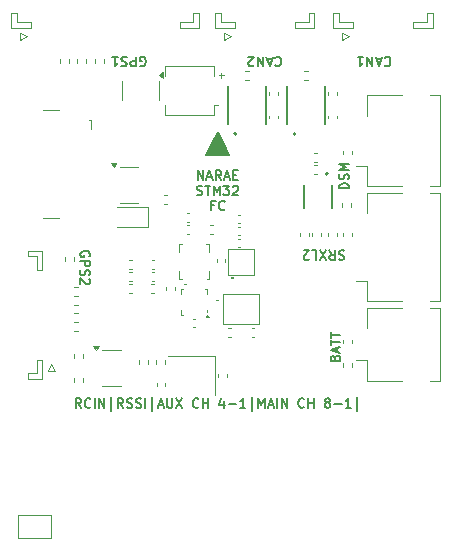
<source format=gbr>
%TF.GenerationSoftware,KiCad,Pcbnew,8.0.8-8.0.8-0~ubuntu24.04.1*%
%TF.CreationDate,2025-02-05T20:44:41+09:00*%
%TF.ProjectId,STM32-FC,53544d33-322d-4464-932e-6b696361645f,rev?*%
%TF.SameCoordinates,Original*%
%TF.FileFunction,Legend,Top*%
%TF.FilePolarity,Positive*%
%FSLAX46Y46*%
G04 Gerber Fmt 4.6, Leading zero omitted, Abs format (unit mm)*
G04 Created by KiCad (PCBNEW 8.0.8-8.0.8-0~ubuntu24.04.1) date 2025-02-05 20:44:41*
%MOMM*%
%LPD*%
G01*
G04 APERTURE LIST*
%ADD10C,0.200000*%
%ADD11C,0.160000*%
%ADD12C,0.120000*%
%ADD13C,0.100000*%
%ADD14C,0.152400*%
%ADD15C,0.254000*%
G04 APERTURE END LIST*
D10*
X140000000Y-85000000D02*
X138000000Y-85000000D01*
X139000000Y-83000000D01*
X140000000Y-85000000D01*
G36*
X140000000Y-85000000D02*
G01*
X138000000Y-85000000D01*
X139000000Y-83000000D01*
X140000000Y-85000000D01*
G37*
D11*
X137323810Y-87073820D02*
X137323810Y-86273820D01*
X137323810Y-86273820D02*
X137780953Y-87073820D01*
X137780953Y-87073820D02*
X137780953Y-86273820D01*
X138123809Y-86845248D02*
X138504762Y-86845248D01*
X138047619Y-87073820D02*
X138314286Y-86273820D01*
X138314286Y-86273820D02*
X138580952Y-87073820D01*
X139304762Y-87073820D02*
X139038095Y-86692867D01*
X138847619Y-87073820D02*
X138847619Y-86273820D01*
X138847619Y-86273820D02*
X139152381Y-86273820D01*
X139152381Y-86273820D02*
X139228571Y-86311915D01*
X139228571Y-86311915D02*
X139266666Y-86350010D01*
X139266666Y-86350010D02*
X139304762Y-86426201D01*
X139304762Y-86426201D02*
X139304762Y-86540486D01*
X139304762Y-86540486D02*
X139266666Y-86616677D01*
X139266666Y-86616677D02*
X139228571Y-86654772D01*
X139228571Y-86654772D02*
X139152381Y-86692867D01*
X139152381Y-86692867D02*
X138847619Y-86692867D01*
X139609523Y-86845248D02*
X139990476Y-86845248D01*
X139533333Y-87073820D02*
X139800000Y-86273820D01*
X139800000Y-86273820D02*
X140066666Y-87073820D01*
X140333333Y-86654772D02*
X140599999Y-86654772D01*
X140714285Y-87073820D02*
X140333333Y-87073820D01*
X140333333Y-87073820D02*
X140333333Y-86273820D01*
X140333333Y-86273820D02*
X140714285Y-86273820D01*
X137247618Y-88323680D02*
X137361904Y-88361775D01*
X137361904Y-88361775D02*
X137552380Y-88361775D01*
X137552380Y-88361775D02*
X137628571Y-88323680D01*
X137628571Y-88323680D02*
X137666666Y-88285584D01*
X137666666Y-88285584D02*
X137704761Y-88209394D01*
X137704761Y-88209394D02*
X137704761Y-88133203D01*
X137704761Y-88133203D02*
X137666666Y-88057013D01*
X137666666Y-88057013D02*
X137628571Y-88018918D01*
X137628571Y-88018918D02*
X137552380Y-87980822D01*
X137552380Y-87980822D02*
X137399999Y-87942727D01*
X137399999Y-87942727D02*
X137323809Y-87904632D01*
X137323809Y-87904632D02*
X137285714Y-87866537D01*
X137285714Y-87866537D02*
X137247618Y-87790346D01*
X137247618Y-87790346D02*
X137247618Y-87714156D01*
X137247618Y-87714156D02*
X137285714Y-87637965D01*
X137285714Y-87637965D02*
X137323809Y-87599870D01*
X137323809Y-87599870D02*
X137399999Y-87561775D01*
X137399999Y-87561775D02*
X137590476Y-87561775D01*
X137590476Y-87561775D02*
X137704761Y-87599870D01*
X137933333Y-87561775D02*
X138390476Y-87561775D01*
X138161904Y-88361775D02*
X138161904Y-87561775D01*
X138657143Y-88361775D02*
X138657143Y-87561775D01*
X138657143Y-87561775D02*
X138923809Y-88133203D01*
X138923809Y-88133203D02*
X139190476Y-87561775D01*
X139190476Y-87561775D02*
X139190476Y-88361775D01*
X139495238Y-87561775D02*
X139990476Y-87561775D01*
X139990476Y-87561775D02*
X139723810Y-87866537D01*
X139723810Y-87866537D02*
X139838095Y-87866537D01*
X139838095Y-87866537D02*
X139914286Y-87904632D01*
X139914286Y-87904632D02*
X139952381Y-87942727D01*
X139952381Y-87942727D02*
X139990476Y-88018918D01*
X139990476Y-88018918D02*
X139990476Y-88209394D01*
X139990476Y-88209394D02*
X139952381Y-88285584D01*
X139952381Y-88285584D02*
X139914286Y-88323680D01*
X139914286Y-88323680D02*
X139838095Y-88361775D01*
X139838095Y-88361775D02*
X139609524Y-88361775D01*
X139609524Y-88361775D02*
X139533333Y-88323680D01*
X139533333Y-88323680D02*
X139495238Y-88285584D01*
X140295238Y-87637965D02*
X140333334Y-87599870D01*
X140333334Y-87599870D02*
X140409524Y-87561775D01*
X140409524Y-87561775D02*
X140600000Y-87561775D01*
X140600000Y-87561775D02*
X140676191Y-87599870D01*
X140676191Y-87599870D02*
X140714286Y-87637965D01*
X140714286Y-87637965D02*
X140752381Y-87714156D01*
X140752381Y-87714156D02*
X140752381Y-87790346D01*
X140752381Y-87790346D02*
X140714286Y-87904632D01*
X140714286Y-87904632D02*
X140257143Y-88361775D01*
X140257143Y-88361775D02*
X140752381Y-88361775D01*
X138714285Y-89230682D02*
X138447619Y-89230682D01*
X138447619Y-89649730D02*
X138447619Y-88849730D01*
X138447619Y-88849730D02*
X138828571Y-88849730D01*
X139590476Y-89573539D02*
X139552380Y-89611635D01*
X139552380Y-89611635D02*
X139438095Y-89649730D01*
X139438095Y-89649730D02*
X139361904Y-89649730D01*
X139361904Y-89649730D02*
X139247618Y-89611635D01*
X139247618Y-89611635D02*
X139171428Y-89535444D01*
X139171428Y-89535444D02*
X139133333Y-89459254D01*
X139133333Y-89459254D02*
X139095237Y-89306873D01*
X139095237Y-89306873D02*
X139095237Y-89192587D01*
X139095237Y-89192587D02*
X139133333Y-89040206D01*
X139133333Y-89040206D02*
X139171428Y-88964015D01*
X139171428Y-88964015D02*
X139247618Y-88887825D01*
X139247618Y-88887825D02*
X139361904Y-88849730D01*
X139361904Y-88849730D02*
X139438095Y-88849730D01*
X139438095Y-88849730D02*
X139552380Y-88887825D01*
X139552380Y-88887825D02*
X139590476Y-88925920D01*
X128150129Y-93547618D02*
X128188224Y-93471428D01*
X128188224Y-93471428D02*
X128188224Y-93357142D01*
X128188224Y-93357142D02*
X128150129Y-93242856D01*
X128150129Y-93242856D02*
X128073939Y-93166666D01*
X128073939Y-93166666D02*
X127997748Y-93128571D01*
X127997748Y-93128571D02*
X127845367Y-93090475D01*
X127845367Y-93090475D02*
X127731081Y-93090475D01*
X127731081Y-93090475D02*
X127578700Y-93128571D01*
X127578700Y-93128571D02*
X127502510Y-93166666D01*
X127502510Y-93166666D02*
X127426320Y-93242856D01*
X127426320Y-93242856D02*
X127388224Y-93357142D01*
X127388224Y-93357142D02*
X127388224Y-93433333D01*
X127388224Y-93433333D02*
X127426320Y-93547618D01*
X127426320Y-93547618D02*
X127464415Y-93585714D01*
X127464415Y-93585714D02*
X127731081Y-93585714D01*
X127731081Y-93585714D02*
X127731081Y-93433333D01*
X127388224Y-93928571D02*
X128188224Y-93928571D01*
X128188224Y-93928571D02*
X128188224Y-94233333D01*
X128188224Y-94233333D02*
X128150129Y-94309523D01*
X128150129Y-94309523D02*
X128112034Y-94347618D01*
X128112034Y-94347618D02*
X128035843Y-94385714D01*
X128035843Y-94385714D02*
X127921558Y-94385714D01*
X127921558Y-94385714D02*
X127845367Y-94347618D01*
X127845367Y-94347618D02*
X127807272Y-94309523D01*
X127807272Y-94309523D02*
X127769177Y-94233333D01*
X127769177Y-94233333D02*
X127769177Y-93928571D01*
X127426320Y-94690475D02*
X127388224Y-94804761D01*
X127388224Y-94804761D02*
X127388224Y-94995237D01*
X127388224Y-94995237D02*
X127426320Y-95071428D01*
X127426320Y-95071428D02*
X127464415Y-95109523D01*
X127464415Y-95109523D02*
X127540605Y-95147618D01*
X127540605Y-95147618D02*
X127616796Y-95147618D01*
X127616796Y-95147618D02*
X127692986Y-95109523D01*
X127692986Y-95109523D02*
X127731081Y-95071428D01*
X127731081Y-95071428D02*
X127769177Y-94995237D01*
X127769177Y-94995237D02*
X127807272Y-94842856D01*
X127807272Y-94842856D02*
X127845367Y-94766666D01*
X127845367Y-94766666D02*
X127883462Y-94728571D01*
X127883462Y-94728571D02*
X127959653Y-94690475D01*
X127959653Y-94690475D02*
X128035843Y-94690475D01*
X128035843Y-94690475D02*
X128112034Y-94728571D01*
X128112034Y-94728571D02*
X128150129Y-94766666D01*
X128150129Y-94766666D02*
X128188224Y-94842856D01*
X128188224Y-94842856D02*
X128188224Y-95033333D01*
X128188224Y-95033333D02*
X128150129Y-95147618D01*
X128112034Y-95452380D02*
X128150129Y-95490476D01*
X128150129Y-95490476D02*
X128188224Y-95566666D01*
X128188224Y-95566666D02*
X128188224Y-95757142D01*
X128188224Y-95757142D02*
X128150129Y-95833333D01*
X128150129Y-95833333D02*
X128112034Y-95871428D01*
X128112034Y-95871428D02*
X128035843Y-95909523D01*
X128035843Y-95909523D02*
X127959653Y-95909523D01*
X127959653Y-95909523D02*
X127845367Y-95871428D01*
X127845367Y-95871428D02*
X127388224Y-95414285D01*
X127388224Y-95414285D02*
X127388224Y-95909523D01*
X132452381Y-77400129D02*
X132528571Y-77438224D01*
X132528571Y-77438224D02*
X132642857Y-77438224D01*
X132642857Y-77438224D02*
X132757143Y-77400129D01*
X132757143Y-77400129D02*
X132833333Y-77323939D01*
X132833333Y-77323939D02*
X132871428Y-77247748D01*
X132871428Y-77247748D02*
X132909524Y-77095367D01*
X132909524Y-77095367D02*
X132909524Y-76981081D01*
X132909524Y-76981081D02*
X132871428Y-76828700D01*
X132871428Y-76828700D02*
X132833333Y-76752510D01*
X132833333Y-76752510D02*
X132757143Y-76676320D01*
X132757143Y-76676320D02*
X132642857Y-76638224D01*
X132642857Y-76638224D02*
X132566666Y-76638224D01*
X132566666Y-76638224D02*
X132452381Y-76676320D01*
X132452381Y-76676320D02*
X132414285Y-76714415D01*
X132414285Y-76714415D02*
X132414285Y-76981081D01*
X132414285Y-76981081D02*
X132566666Y-76981081D01*
X132071428Y-76638224D02*
X132071428Y-77438224D01*
X132071428Y-77438224D02*
X131766666Y-77438224D01*
X131766666Y-77438224D02*
X131690476Y-77400129D01*
X131690476Y-77400129D02*
X131652381Y-77362034D01*
X131652381Y-77362034D02*
X131614285Y-77285843D01*
X131614285Y-77285843D02*
X131614285Y-77171558D01*
X131614285Y-77171558D02*
X131652381Y-77095367D01*
X131652381Y-77095367D02*
X131690476Y-77057272D01*
X131690476Y-77057272D02*
X131766666Y-77019177D01*
X131766666Y-77019177D02*
X132071428Y-77019177D01*
X131309524Y-76676320D02*
X131195238Y-76638224D01*
X131195238Y-76638224D02*
X131004762Y-76638224D01*
X131004762Y-76638224D02*
X130928571Y-76676320D01*
X130928571Y-76676320D02*
X130890476Y-76714415D01*
X130890476Y-76714415D02*
X130852381Y-76790605D01*
X130852381Y-76790605D02*
X130852381Y-76866796D01*
X130852381Y-76866796D02*
X130890476Y-76942986D01*
X130890476Y-76942986D02*
X130928571Y-76981081D01*
X130928571Y-76981081D02*
X131004762Y-77019177D01*
X131004762Y-77019177D02*
X131157143Y-77057272D01*
X131157143Y-77057272D02*
X131233333Y-77095367D01*
X131233333Y-77095367D02*
X131271428Y-77133462D01*
X131271428Y-77133462D02*
X131309524Y-77209653D01*
X131309524Y-77209653D02*
X131309524Y-77285843D01*
X131309524Y-77285843D02*
X131271428Y-77362034D01*
X131271428Y-77362034D02*
X131233333Y-77400129D01*
X131233333Y-77400129D02*
X131157143Y-77438224D01*
X131157143Y-77438224D02*
X130966666Y-77438224D01*
X130966666Y-77438224D02*
X130852381Y-77400129D01*
X130090476Y-76638224D02*
X130547619Y-76638224D01*
X130319047Y-76638224D02*
X130319047Y-77438224D01*
X130319047Y-77438224D02*
X130395238Y-77323939D01*
X130395238Y-77323939D02*
X130471428Y-77247748D01*
X130471428Y-77247748D02*
X130547619Y-77209653D01*
X149714286Y-93076320D02*
X149600000Y-93038224D01*
X149600000Y-93038224D02*
X149409524Y-93038224D01*
X149409524Y-93038224D02*
X149333333Y-93076320D01*
X149333333Y-93076320D02*
X149295238Y-93114415D01*
X149295238Y-93114415D02*
X149257143Y-93190605D01*
X149257143Y-93190605D02*
X149257143Y-93266796D01*
X149257143Y-93266796D02*
X149295238Y-93342986D01*
X149295238Y-93342986D02*
X149333333Y-93381081D01*
X149333333Y-93381081D02*
X149409524Y-93419177D01*
X149409524Y-93419177D02*
X149561905Y-93457272D01*
X149561905Y-93457272D02*
X149638095Y-93495367D01*
X149638095Y-93495367D02*
X149676190Y-93533462D01*
X149676190Y-93533462D02*
X149714286Y-93609653D01*
X149714286Y-93609653D02*
X149714286Y-93685843D01*
X149714286Y-93685843D02*
X149676190Y-93762034D01*
X149676190Y-93762034D02*
X149638095Y-93800129D01*
X149638095Y-93800129D02*
X149561905Y-93838224D01*
X149561905Y-93838224D02*
X149371428Y-93838224D01*
X149371428Y-93838224D02*
X149257143Y-93800129D01*
X148457142Y-93038224D02*
X148723809Y-93419177D01*
X148914285Y-93038224D02*
X148914285Y-93838224D01*
X148914285Y-93838224D02*
X148609523Y-93838224D01*
X148609523Y-93838224D02*
X148533333Y-93800129D01*
X148533333Y-93800129D02*
X148495238Y-93762034D01*
X148495238Y-93762034D02*
X148457142Y-93685843D01*
X148457142Y-93685843D02*
X148457142Y-93571558D01*
X148457142Y-93571558D02*
X148495238Y-93495367D01*
X148495238Y-93495367D02*
X148533333Y-93457272D01*
X148533333Y-93457272D02*
X148609523Y-93419177D01*
X148609523Y-93419177D02*
X148914285Y-93419177D01*
X148190476Y-93838224D02*
X147657142Y-93038224D01*
X147657142Y-93838224D02*
X148190476Y-93038224D01*
X146971428Y-93038224D02*
X147352380Y-93038224D01*
X147352380Y-93038224D02*
X147352380Y-93838224D01*
X146742857Y-93762034D02*
X146704761Y-93800129D01*
X146704761Y-93800129D02*
X146628571Y-93838224D01*
X146628571Y-93838224D02*
X146438095Y-93838224D01*
X146438095Y-93838224D02*
X146361904Y-93800129D01*
X146361904Y-93800129D02*
X146323809Y-93762034D01*
X146323809Y-93762034D02*
X146285714Y-93685843D01*
X146285714Y-93685843D02*
X146285714Y-93609653D01*
X146285714Y-93609653D02*
X146323809Y-93495367D01*
X146323809Y-93495367D02*
X146780952Y-93038224D01*
X146780952Y-93038224D02*
X146285714Y-93038224D01*
X153145237Y-76714415D02*
X153183333Y-76676320D01*
X153183333Y-76676320D02*
X153297618Y-76638224D01*
X153297618Y-76638224D02*
X153373809Y-76638224D01*
X153373809Y-76638224D02*
X153488095Y-76676320D01*
X153488095Y-76676320D02*
X153564285Y-76752510D01*
X153564285Y-76752510D02*
X153602380Y-76828700D01*
X153602380Y-76828700D02*
X153640476Y-76981081D01*
X153640476Y-76981081D02*
X153640476Y-77095367D01*
X153640476Y-77095367D02*
X153602380Y-77247748D01*
X153602380Y-77247748D02*
X153564285Y-77323939D01*
X153564285Y-77323939D02*
X153488095Y-77400129D01*
X153488095Y-77400129D02*
X153373809Y-77438224D01*
X153373809Y-77438224D02*
X153297618Y-77438224D01*
X153297618Y-77438224D02*
X153183333Y-77400129D01*
X153183333Y-77400129D02*
X153145237Y-77362034D01*
X152840476Y-76866796D02*
X152459523Y-76866796D01*
X152916666Y-76638224D02*
X152649999Y-77438224D01*
X152649999Y-77438224D02*
X152383333Y-76638224D01*
X152116666Y-76638224D02*
X152116666Y-77438224D01*
X152116666Y-77438224D02*
X151659523Y-76638224D01*
X151659523Y-76638224D02*
X151659523Y-77438224D01*
X150859524Y-76638224D02*
X151316667Y-76638224D01*
X151088095Y-76638224D02*
X151088095Y-77438224D01*
X151088095Y-77438224D02*
X151164286Y-77323939D01*
X151164286Y-77323939D02*
X151240476Y-77247748D01*
X151240476Y-77247748D02*
X151316667Y-77209653D01*
X127438095Y-106361775D02*
X127171428Y-105980822D01*
X126980952Y-106361775D02*
X126980952Y-105561775D01*
X126980952Y-105561775D02*
X127285714Y-105561775D01*
X127285714Y-105561775D02*
X127361904Y-105599870D01*
X127361904Y-105599870D02*
X127399999Y-105637965D01*
X127399999Y-105637965D02*
X127438095Y-105714156D01*
X127438095Y-105714156D02*
X127438095Y-105828441D01*
X127438095Y-105828441D02*
X127399999Y-105904632D01*
X127399999Y-105904632D02*
X127361904Y-105942727D01*
X127361904Y-105942727D02*
X127285714Y-105980822D01*
X127285714Y-105980822D02*
X126980952Y-105980822D01*
X128238095Y-106285584D02*
X128199999Y-106323680D01*
X128199999Y-106323680D02*
X128085714Y-106361775D01*
X128085714Y-106361775D02*
X128009523Y-106361775D01*
X128009523Y-106361775D02*
X127895237Y-106323680D01*
X127895237Y-106323680D02*
X127819047Y-106247489D01*
X127819047Y-106247489D02*
X127780952Y-106171299D01*
X127780952Y-106171299D02*
X127742856Y-106018918D01*
X127742856Y-106018918D02*
X127742856Y-105904632D01*
X127742856Y-105904632D02*
X127780952Y-105752251D01*
X127780952Y-105752251D02*
X127819047Y-105676060D01*
X127819047Y-105676060D02*
X127895237Y-105599870D01*
X127895237Y-105599870D02*
X128009523Y-105561775D01*
X128009523Y-105561775D02*
X128085714Y-105561775D01*
X128085714Y-105561775D02*
X128199999Y-105599870D01*
X128199999Y-105599870D02*
X128238095Y-105637965D01*
X128580952Y-106361775D02*
X128580952Y-105561775D01*
X128961904Y-106361775D02*
X128961904Y-105561775D01*
X128961904Y-105561775D02*
X129419047Y-106361775D01*
X129419047Y-106361775D02*
X129419047Y-105561775D01*
X129990475Y-106628441D02*
X129990475Y-105485584D01*
X131019047Y-106361775D02*
X130752380Y-105980822D01*
X130561904Y-106361775D02*
X130561904Y-105561775D01*
X130561904Y-105561775D02*
X130866666Y-105561775D01*
X130866666Y-105561775D02*
X130942856Y-105599870D01*
X130942856Y-105599870D02*
X130980951Y-105637965D01*
X130980951Y-105637965D02*
X131019047Y-105714156D01*
X131019047Y-105714156D02*
X131019047Y-105828441D01*
X131019047Y-105828441D02*
X130980951Y-105904632D01*
X130980951Y-105904632D02*
X130942856Y-105942727D01*
X130942856Y-105942727D02*
X130866666Y-105980822D01*
X130866666Y-105980822D02*
X130561904Y-105980822D01*
X131323808Y-106323680D02*
X131438094Y-106361775D01*
X131438094Y-106361775D02*
X131628570Y-106361775D01*
X131628570Y-106361775D02*
X131704761Y-106323680D01*
X131704761Y-106323680D02*
X131742856Y-106285584D01*
X131742856Y-106285584D02*
X131780951Y-106209394D01*
X131780951Y-106209394D02*
X131780951Y-106133203D01*
X131780951Y-106133203D02*
X131742856Y-106057013D01*
X131742856Y-106057013D02*
X131704761Y-106018918D01*
X131704761Y-106018918D02*
X131628570Y-105980822D01*
X131628570Y-105980822D02*
X131476189Y-105942727D01*
X131476189Y-105942727D02*
X131399999Y-105904632D01*
X131399999Y-105904632D02*
X131361904Y-105866537D01*
X131361904Y-105866537D02*
X131323808Y-105790346D01*
X131323808Y-105790346D02*
X131323808Y-105714156D01*
X131323808Y-105714156D02*
X131361904Y-105637965D01*
X131361904Y-105637965D02*
X131399999Y-105599870D01*
X131399999Y-105599870D02*
X131476189Y-105561775D01*
X131476189Y-105561775D02*
X131666666Y-105561775D01*
X131666666Y-105561775D02*
X131780951Y-105599870D01*
X132085713Y-106323680D02*
X132199999Y-106361775D01*
X132199999Y-106361775D02*
X132390475Y-106361775D01*
X132390475Y-106361775D02*
X132466666Y-106323680D01*
X132466666Y-106323680D02*
X132504761Y-106285584D01*
X132504761Y-106285584D02*
X132542856Y-106209394D01*
X132542856Y-106209394D02*
X132542856Y-106133203D01*
X132542856Y-106133203D02*
X132504761Y-106057013D01*
X132504761Y-106057013D02*
X132466666Y-106018918D01*
X132466666Y-106018918D02*
X132390475Y-105980822D01*
X132390475Y-105980822D02*
X132238094Y-105942727D01*
X132238094Y-105942727D02*
X132161904Y-105904632D01*
X132161904Y-105904632D02*
X132123809Y-105866537D01*
X132123809Y-105866537D02*
X132085713Y-105790346D01*
X132085713Y-105790346D02*
X132085713Y-105714156D01*
X132085713Y-105714156D02*
X132123809Y-105637965D01*
X132123809Y-105637965D02*
X132161904Y-105599870D01*
X132161904Y-105599870D02*
X132238094Y-105561775D01*
X132238094Y-105561775D02*
X132428571Y-105561775D01*
X132428571Y-105561775D02*
X132542856Y-105599870D01*
X132885714Y-106361775D02*
X132885714Y-105561775D01*
X133457142Y-106628441D02*
X133457142Y-105485584D01*
X133990475Y-106133203D02*
X134371428Y-106133203D01*
X133914285Y-106361775D02*
X134180952Y-105561775D01*
X134180952Y-105561775D02*
X134447618Y-106361775D01*
X134714285Y-105561775D02*
X134714285Y-106209394D01*
X134714285Y-106209394D02*
X134752380Y-106285584D01*
X134752380Y-106285584D02*
X134790475Y-106323680D01*
X134790475Y-106323680D02*
X134866666Y-106361775D01*
X134866666Y-106361775D02*
X135019047Y-106361775D01*
X135019047Y-106361775D02*
X135095237Y-106323680D01*
X135095237Y-106323680D02*
X135133332Y-106285584D01*
X135133332Y-106285584D02*
X135171428Y-106209394D01*
X135171428Y-106209394D02*
X135171428Y-105561775D01*
X135476189Y-105561775D02*
X136009523Y-106361775D01*
X136009523Y-105561775D02*
X135476189Y-106361775D01*
X137380952Y-106285584D02*
X137342856Y-106323680D01*
X137342856Y-106323680D02*
X137228571Y-106361775D01*
X137228571Y-106361775D02*
X137152380Y-106361775D01*
X137152380Y-106361775D02*
X137038094Y-106323680D01*
X137038094Y-106323680D02*
X136961904Y-106247489D01*
X136961904Y-106247489D02*
X136923809Y-106171299D01*
X136923809Y-106171299D02*
X136885713Y-106018918D01*
X136885713Y-106018918D02*
X136885713Y-105904632D01*
X136885713Y-105904632D02*
X136923809Y-105752251D01*
X136923809Y-105752251D02*
X136961904Y-105676060D01*
X136961904Y-105676060D02*
X137038094Y-105599870D01*
X137038094Y-105599870D02*
X137152380Y-105561775D01*
X137152380Y-105561775D02*
X137228571Y-105561775D01*
X137228571Y-105561775D02*
X137342856Y-105599870D01*
X137342856Y-105599870D02*
X137380952Y-105637965D01*
X137723809Y-106361775D02*
X137723809Y-105561775D01*
X137723809Y-105942727D02*
X138180952Y-105942727D01*
X138180952Y-106361775D02*
X138180952Y-105561775D01*
X139514285Y-105828441D02*
X139514285Y-106361775D01*
X139323809Y-105523680D02*
X139133332Y-106095108D01*
X139133332Y-106095108D02*
X139628571Y-106095108D01*
X139933333Y-106057013D02*
X140542857Y-106057013D01*
X141342856Y-106361775D02*
X140885713Y-106361775D01*
X141114285Y-106361775D02*
X141114285Y-105561775D01*
X141114285Y-105561775D02*
X141038094Y-105676060D01*
X141038094Y-105676060D02*
X140961904Y-105752251D01*
X140961904Y-105752251D02*
X140885713Y-105790346D01*
X141876190Y-106628441D02*
X141876190Y-105485584D01*
X142447619Y-106361775D02*
X142447619Y-105561775D01*
X142447619Y-105561775D02*
X142714285Y-106133203D01*
X142714285Y-106133203D02*
X142980952Y-105561775D01*
X142980952Y-105561775D02*
X142980952Y-106361775D01*
X143323809Y-106133203D02*
X143704762Y-106133203D01*
X143247619Y-106361775D02*
X143514286Y-105561775D01*
X143514286Y-105561775D02*
X143780952Y-106361775D01*
X144047619Y-106361775D02*
X144047619Y-105561775D01*
X144428571Y-106361775D02*
X144428571Y-105561775D01*
X144428571Y-105561775D02*
X144885714Y-106361775D01*
X144885714Y-106361775D02*
X144885714Y-105561775D01*
X146333333Y-106285584D02*
X146295237Y-106323680D01*
X146295237Y-106323680D02*
X146180952Y-106361775D01*
X146180952Y-106361775D02*
X146104761Y-106361775D01*
X146104761Y-106361775D02*
X145990475Y-106323680D01*
X145990475Y-106323680D02*
X145914285Y-106247489D01*
X145914285Y-106247489D02*
X145876190Y-106171299D01*
X145876190Y-106171299D02*
X145838094Y-106018918D01*
X145838094Y-106018918D02*
X145838094Y-105904632D01*
X145838094Y-105904632D02*
X145876190Y-105752251D01*
X145876190Y-105752251D02*
X145914285Y-105676060D01*
X145914285Y-105676060D02*
X145990475Y-105599870D01*
X145990475Y-105599870D02*
X146104761Y-105561775D01*
X146104761Y-105561775D02*
X146180952Y-105561775D01*
X146180952Y-105561775D02*
X146295237Y-105599870D01*
X146295237Y-105599870D02*
X146333333Y-105637965D01*
X146676190Y-106361775D02*
X146676190Y-105561775D01*
X146676190Y-105942727D02*
X147133333Y-105942727D01*
X147133333Y-106361775D02*
X147133333Y-105561775D01*
X148238094Y-105904632D02*
X148161904Y-105866537D01*
X148161904Y-105866537D02*
X148123809Y-105828441D01*
X148123809Y-105828441D02*
X148085713Y-105752251D01*
X148085713Y-105752251D02*
X148085713Y-105714156D01*
X148085713Y-105714156D02*
X148123809Y-105637965D01*
X148123809Y-105637965D02*
X148161904Y-105599870D01*
X148161904Y-105599870D02*
X148238094Y-105561775D01*
X148238094Y-105561775D02*
X148390475Y-105561775D01*
X148390475Y-105561775D02*
X148466666Y-105599870D01*
X148466666Y-105599870D02*
X148504761Y-105637965D01*
X148504761Y-105637965D02*
X148542856Y-105714156D01*
X148542856Y-105714156D02*
X148542856Y-105752251D01*
X148542856Y-105752251D02*
X148504761Y-105828441D01*
X148504761Y-105828441D02*
X148466666Y-105866537D01*
X148466666Y-105866537D02*
X148390475Y-105904632D01*
X148390475Y-105904632D02*
X148238094Y-105904632D01*
X148238094Y-105904632D02*
X148161904Y-105942727D01*
X148161904Y-105942727D02*
X148123809Y-105980822D01*
X148123809Y-105980822D02*
X148085713Y-106057013D01*
X148085713Y-106057013D02*
X148085713Y-106209394D01*
X148085713Y-106209394D02*
X148123809Y-106285584D01*
X148123809Y-106285584D02*
X148161904Y-106323680D01*
X148161904Y-106323680D02*
X148238094Y-106361775D01*
X148238094Y-106361775D02*
X148390475Y-106361775D01*
X148390475Y-106361775D02*
X148466666Y-106323680D01*
X148466666Y-106323680D02*
X148504761Y-106285584D01*
X148504761Y-106285584D02*
X148542856Y-106209394D01*
X148542856Y-106209394D02*
X148542856Y-106057013D01*
X148542856Y-106057013D02*
X148504761Y-105980822D01*
X148504761Y-105980822D02*
X148466666Y-105942727D01*
X148466666Y-105942727D02*
X148390475Y-105904632D01*
X148885714Y-106057013D02*
X149495238Y-106057013D01*
X150295237Y-106361775D02*
X149838094Y-106361775D01*
X150066666Y-106361775D02*
X150066666Y-105561775D01*
X150066666Y-105561775D02*
X149990475Y-105676060D01*
X149990475Y-105676060D02*
X149914285Y-105752251D01*
X149914285Y-105752251D02*
X149838094Y-105790346D01*
X150828571Y-106628441D02*
X150828571Y-105485584D01*
X148942727Y-102145238D02*
X148980822Y-102030952D01*
X148980822Y-102030952D02*
X149018918Y-101992857D01*
X149018918Y-101992857D02*
X149095108Y-101954761D01*
X149095108Y-101954761D02*
X149209394Y-101954761D01*
X149209394Y-101954761D02*
X149285584Y-101992857D01*
X149285584Y-101992857D02*
X149323680Y-102030952D01*
X149323680Y-102030952D02*
X149361775Y-102107142D01*
X149361775Y-102107142D02*
X149361775Y-102411904D01*
X149361775Y-102411904D02*
X148561775Y-102411904D01*
X148561775Y-102411904D02*
X148561775Y-102145238D01*
X148561775Y-102145238D02*
X148599870Y-102069047D01*
X148599870Y-102069047D02*
X148637965Y-102030952D01*
X148637965Y-102030952D02*
X148714156Y-101992857D01*
X148714156Y-101992857D02*
X148790346Y-101992857D01*
X148790346Y-101992857D02*
X148866537Y-102030952D01*
X148866537Y-102030952D02*
X148904632Y-102069047D01*
X148904632Y-102069047D02*
X148942727Y-102145238D01*
X148942727Y-102145238D02*
X148942727Y-102411904D01*
X149133203Y-101650000D02*
X149133203Y-101269047D01*
X149361775Y-101726190D02*
X148561775Y-101459523D01*
X148561775Y-101459523D02*
X149361775Y-101192857D01*
X148561775Y-101040476D02*
X148561775Y-100583333D01*
X149361775Y-100811905D02*
X148561775Y-100811905D01*
X148561775Y-100430952D02*
X148561775Y-99973809D01*
X149361775Y-100202381D02*
X148561775Y-100202381D01*
X143895237Y-76714415D02*
X143933333Y-76676320D01*
X143933333Y-76676320D02*
X144047618Y-76638224D01*
X144047618Y-76638224D02*
X144123809Y-76638224D01*
X144123809Y-76638224D02*
X144238095Y-76676320D01*
X144238095Y-76676320D02*
X144314285Y-76752510D01*
X144314285Y-76752510D02*
X144352380Y-76828700D01*
X144352380Y-76828700D02*
X144390476Y-76981081D01*
X144390476Y-76981081D02*
X144390476Y-77095367D01*
X144390476Y-77095367D02*
X144352380Y-77247748D01*
X144352380Y-77247748D02*
X144314285Y-77323939D01*
X144314285Y-77323939D02*
X144238095Y-77400129D01*
X144238095Y-77400129D02*
X144123809Y-77438224D01*
X144123809Y-77438224D02*
X144047618Y-77438224D01*
X144047618Y-77438224D02*
X143933333Y-77400129D01*
X143933333Y-77400129D02*
X143895237Y-77362034D01*
X143590476Y-76866796D02*
X143209523Y-76866796D01*
X143666666Y-76638224D02*
X143399999Y-77438224D01*
X143399999Y-77438224D02*
X143133333Y-76638224D01*
X142866666Y-76638224D02*
X142866666Y-77438224D01*
X142866666Y-77438224D02*
X142409523Y-76638224D01*
X142409523Y-76638224D02*
X142409523Y-77438224D01*
X142066667Y-77362034D02*
X142028571Y-77400129D01*
X142028571Y-77400129D02*
X141952381Y-77438224D01*
X141952381Y-77438224D02*
X141761905Y-77438224D01*
X141761905Y-77438224D02*
X141685714Y-77400129D01*
X141685714Y-77400129D02*
X141647619Y-77362034D01*
X141647619Y-77362034D02*
X141609524Y-77285843D01*
X141609524Y-77285843D02*
X141609524Y-77209653D01*
X141609524Y-77209653D02*
X141647619Y-77095367D01*
X141647619Y-77095367D02*
X142104762Y-76638224D01*
X142104762Y-76638224D02*
X141609524Y-76638224D01*
X150111775Y-87797618D02*
X149311775Y-87797618D01*
X149311775Y-87797618D02*
X149311775Y-87607142D01*
X149311775Y-87607142D02*
X149349870Y-87492856D01*
X149349870Y-87492856D02*
X149426060Y-87416666D01*
X149426060Y-87416666D02*
X149502251Y-87378571D01*
X149502251Y-87378571D02*
X149654632Y-87340475D01*
X149654632Y-87340475D02*
X149768918Y-87340475D01*
X149768918Y-87340475D02*
X149921299Y-87378571D01*
X149921299Y-87378571D02*
X149997489Y-87416666D01*
X149997489Y-87416666D02*
X150073680Y-87492856D01*
X150073680Y-87492856D02*
X150111775Y-87607142D01*
X150111775Y-87607142D02*
X150111775Y-87797618D01*
X150073680Y-87035714D02*
X150111775Y-86921428D01*
X150111775Y-86921428D02*
X150111775Y-86730952D01*
X150111775Y-86730952D02*
X150073680Y-86654761D01*
X150073680Y-86654761D02*
X150035584Y-86616666D01*
X150035584Y-86616666D02*
X149959394Y-86578571D01*
X149959394Y-86578571D02*
X149883203Y-86578571D01*
X149883203Y-86578571D02*
X149807013Y-86616666D01*
X149807013Y-86616666D02*
X149768918Y-86654761D01*
X149768918Y-86654761D02*
X149730822Y-86730952D01*
X149730822Y-86730952D02*
X149692727Y-86883333D01*
X149692727Y-86883333D02*
X149654632Y-86959523D01*
X149654632Y-86959523D02*
X149616537Y-86997618D01*
X149616537Y-86997618D02*
X149540346Y-87035714D01*
X149540346Y-87035714D02*
X149464156Y-87035714D01*
X149464156Y-87035714D02*
X149387965Y-86997618D01*
X149387965Y-86997618D02*
X149349870Y-86959523D01*
X149349870Y-86959523D02*
X149311775Y-86883333D01*
X149311775Y-86883333D02*
X149311775Y-86692856D01*
X149311775Y-86692856D02*
X149349870Y-86578571D01*
X150111775Y-86235713D02*
X149311775Y-86235713D01*
X149311775Y-86235713D02*
X149883203Y-85969047D01*
X149883203Y-85969047D02*
X149311775Y-85702380D01*
X149311775Y-85702380D02*
X150111775Y-85702380D01*
D12*
%TO.C,R28*%
X127153641Y-99120000D02*
X126846359Y-99120000D01*
X127153641Y-99880000D02*
X126846359Y-99880000D01*
%TO.C,Q1*%
X130940000Y-79500000D02*
X130940000Y-78700000D01*
X130940000Y-79500000D02*
X130940000Y-80300000D01*
X134060000Y-79500000D02*
X134060000Y-78700000D01*
X134060000Y-79500000D02*
X134060000Y-80300000D01*
X134340000Y-78440000D02*
X134010000Y-78200000D01*
X134340000Y-77960000D01*
X134340000Y-78440000D01*
G36*
X134340000Y-78440000D02*
G01*
X134010000Y-78200000D01*
X134340000Y-77960000D01*
X134340000Y-78440000D01*
G37*
%TO.C,U9*%
X135890000Y-96290000D02*
X135890000Y-96715000D01*
X135890000Y-98510000D02*
X135890000Y-98085000D01*
X136065000Y-96290000D02*
X135890000Y-96290000D01*
X136065000Y-98510000D02*
X135890000Y-98510000D01*
X137935000Y-96290000D02*
X138110000Y-96290000D01*
X138110000Y-96290000D02*
X138110000Y-96715000D01*
X138120000Y-98085000D02*
X138120000Y-98280000D01*
X138260000Y-98710000D02*
X137980000Y-98710000D01*
X138120000Y-98520000D01*
X138260000Y-98710000D01*
G36*
X138260000Y-98710000D02*
G01*
X137980000Y-98710000D01*
X138120000Y-98520000D01*
X138260000Y-98710000D01*
G37*
%TO.C,R27*%
X127153641Y-97620000D02*
X126846359Y-97620000D01*
X127153641Y-98380000D02*
X126846359Y-98380000D01*
%TO.C,R26*%
X125620000Y-77153641D02*
X125620000Y-76846359D01*
X126380000Y-77153641D02*
X126380000Y-76846359D01*
%TO.C,R15*%
X147146359Y-84820000D02*
X147453641Y-84820000D01*
X147146359Y-85580000D02*
X147453641Y-85580000D01*
%TO.C,R11*%
X148320000Y-91853641D02*
X148320000Y-91546359D01*
X149080000Y-91853641D02*
X149080000Y-91546359D01*
%TO.C,R20*%
X126870000Y-103846359D02*
X126870000Y-104153641D01*
X127630000Y-103846359D02*
X127630000Y-104153641D01*
D13*
%TO.C,U7*%
X135750000Y-92500000D02*
X136000000Y-92500000D01*
X135750000Y-93200000D02*
X135750000Y-92500000D01*
X135750000Y-95500000D02*
X135750000Y-94800000D01*
X136000000Y-95500000D02*
X135750000Y-95500000D01*
X136200000Y-95900000D02*
X136200000Y-95900000D01*
X136300000Y-95900000D02*
X136300000Y-95900000D01*
X138100000Y-95500000D02*
X138250000Y-95500000D01*
X138250000Y-92500000D02*
X138000000Y-92500000D01*
X138250000Y-93200000D02*
X138250000Y-92500000D01*
X138250000Y-95500000D02*
X138250000Y-94800000D01*
X136200000Y-95900000D02*
G75*
G02*
X136300000Y-95900000I50000J0D01*
G01*
X136300000Y-95900000D02*
G75*
G02*
X136200000Y-95900000I-50000J0D01*
G01*
D12*
%TO.C,C7*%
X133627836Y-93890000D02*
X133412164Y-93890000D01*
X133627836Y-94610000D02*
X133412164Y-94610000D01*
%TO.C,C2*%
X133607836Y-95890000D02*
X133392164Y-95890000D01*
X133607836Y-96610000D02*
X133392164Y-96610000D01*
%TO.C,J10*%
X122975000Y-93050000D02*
X124175000Y-93050000D01*
X122975000Y-93550000D02*
X122975000Y-93050000D01*
X122975000Y-103450000D02*
X122975000Y-103950000D01*
X122975000Y-103950000D02*
X124175000Y-103950000D01*
X123675000Y-93550000D02*
X122975000Y-93550000D01*
X123675000Y-94700000D02*
X123675000Y-93550000D01*
X123675000Y-102300000D02*
X123675000Y-103450000D01*
X123675000Y-103450000D02*
X122975000Y-103450000D01*
X124175000Y-93050000D02*
X124175000Y-94700000D01*
X124175000Y-94700000D02*
X123675000Y-94700000D01*
X124175000Y-102300000D02*
X123675000Y-102300000D01*
X124175000Y-103950000D02*
X124175000Y-102300000D01*
X124625000Y-103225000D02*
X124925000Y-102625000D01*
X124925000Y-102625000D02*
X125225000Y-103225000D01*
X125225000Y-103225000D02*
X124625000Y-103225000D01*
D14*
%TO.C,U10*%
X139874400Y-79124400D02*
X139874400Y-82375600D01*
X143125600Y-82375600D02*
X143125600Y-79124400D01*
X140611000Y-83163000D02*
G75*
G02*
X140407800Y-83163000I-101600J0D01*
G01*
X140407800Y-83163000D02*
G75*
G02*
X140611000Y-83163000I101600J0D01*
G01*
D12*
%TO.C,R13*%
X146020000Y-91853641D02*
X146020000Y-91546359D01*
X146780000Y-91853641D02*
X146780000Y-91546359D01*
%TO.C,R9*%
X126120000Y-93596359D02*
X126120000Y-93903641D01*
X126880000Y-93596359D02*
X126880000Y-93903641D01*
%TO.C,C19*%
X147407836Y-85840000D02*
X147192164Y-85840000D01*
X147407836Y-86560000D02*
X147192164Y-86560000D01*
%TO.C,C1*%
X139040000Y-103727836D02*
X139040000Y-103512164D01*
X139760000Y-103727836D02*
X139760000Y-103512164D01*
%TO.C,C28*%
X140692164Y-91040000D02*
X140907836Y-91040000D01*
X140692164Y-91760000D02*
X140907836Y-91760000D01*
%TO.C,R3*%
X133820000Y-102653641D02*
X133820000Y-102346359D01*
X134580000Y-102653641D02*
X134580000Y-102346359D01*
%TO.C,R17*%
X149620000Y-102903641D02*
X149620000Y-102596359D01*
X150380000Y-102903641D02*
X150380000Y-102596359D01*
%TO.C,R18*%
X149620000Y-100903641D02*
X149620000Y-100596359D01*
X150380000Y-100903641D02*
X150380000Y-100596359D01*
D14*
%TO.C,U5*%
X146318900Y-87543277D02*
X146318900Y-89456723D01*
X148681100Y-89456723D02*
X148681100Y-87543277D01*
X148351789Y-86552074D02*
G75*
G02*
X148148589Y-86552074I-101600J0D01*
G01*
X148148589Y-86552074D02*
G75*
G02*
X148351789Y-86552074I101600J0D01*
G01*
D12*
%TO.C,C10*%
X131512164Y-95890000D02*
X131727836Y-95890000D01*
X131512164Y-96610000D02*
X131727836Y-96610000D01*
%TO.C,R12*%
X147020000Y-91853641D02*
X147020000Y-91546359D01*
X147780000Y-91853641D02*
X147780000Y-91546359D01*
%TO.C,C33*%
X148390000Y-81642164D02*
X148390000Y-81857836D01*
X149110000Y-81642164D02*
X149110000Y-81857836D01*
%TO.C,U2*%
X131500000Y-85940000D02*
X130700000Y-85940000D01*
X131500000Y-85940000D02*
X132300000Y-85940000D01*
X131500000Y-89060000D02*
X130700000Y-89060000D01*
X131500000Y-89060000D02*
X132300000Y-89060000D01*
X130200000Y-85990000D02*
X129960000Y-85660000D01*
X130440000Y-85660000D01*
X130200000Y-85990000D01*
G36*
X130200000Y-85990000D02*
G01*
X129960000Y-85660000D01*
X130440000Y-85660000D01*
X130200000Y-85990000D01*
G37*
%TO.C,C32*%
X143390000Y-79857836D02*
X143390000Y-79642164D01*
X144110000Y-79857836D02*
X144110000Y-79642164D01*
%TO.C,C30*%
X138940000Y-94007836D02*
X138940000Y-93792164D01*
X139660000Y-94007836D02*
X139660000Y-93792164D01*
%TO.C,R21*%
X126870000Y-102153641D02*
X126870000Y-101846359D01*
X127630000Y-102153641D02*
X127630000Y-101846359D01*
%TO.C,R14*%
X149520000Y-89353641D02*
X149520000Y-89046359D01*
X150280000Y-89353641D02*
X150280000Y-89046359D01*
%TO.C,R23*%
X128620000Y-77153641D02*
X128620000Y-76846359D01*
X129380000Y-77153641D02*
X129380000Y-76846359D01*
%TO.C,C26*%
X136892164Y-98840000D02*
X137107836Y-98840000D01*
X136892164Y-99560000D02*
X137107836Y-99560000D01*
%TO.C,R16*%
X134620000Y-96096359D02*
X134620000Y-96403641D01*
X135380000Y-96096359D02*
X135380000Y-96403641D01*
%TO.C,J5*%
X151640000Y-97890000D02*
X151640000Y-99640000D01*
X151640000Y-102360000D02*
X150750000Y-102360000D01*
X151640000Y-104110000D02*
X151640000Y-102360000D01*
X154590000Y-97890000D02*
X151640000Y-97890000D01*
X154590000Y-104110000D02*
X151640000Y-104110000D01*
X157010000Y-104110000D02*
X157860000Y-104110000D01*
X157860000Y-97890000D02*
X157010000Y-97890000D01*
X157860000Y-104110000D02*
X157860000Y-97890000D01*
%TO.C,J9*%
X121550000Y-72975000D02*
X121550000Y-74175000D01*
X121550000Y-74175000D02*
X123200000Y-74175000D01*
X122050000Y-72975000D02*
X121550000Y-72975000D01*
X122050000Y-73675000D02*
X122050000Y-72975000D01*
X122275000Y-74625000D02*
X122875000Y-74925000D01*
X122275000Y-75225000D02*
X122275000Y-74625000D01*
X122875000Y-74925000D02*
X122275000Y-75225000D01*
X123200000Y-73675000D02*
X122050000Y-73675000D01*
X123200000Y-74175000D02*
X123200000Y-73675000D01*
X135800000Y-73675000D02*
X136950000Y-73675000D01*
X135800000Y-74175000D02*
X135800000Y-73675000D01*
X136950000Y-72975000D02*
X137450000Y-72975000D01*
X136950000Y-73675000D02*
X136950000Y-72975000D01*
X137450000Y-72975000D02*
X137450000Y-74175000D01*
X137450000Y-74175000D02*
X135800000Y-74175000D01*
%TO.C,C29*%
X140692164Y-90040000D02*
X140907836Y-90040000D01*
X140692164Y-90760000D02*
X140907836Y-90760000D01*
%TO.C,R24*%
X127120000Y-77153641D02*
X127120000Y-76846359D01*
X127880000Y-77153641D02*
X127880000Y-76846359D01*
%TO.C,C8*%
X131512164Y-93890000D02*
X131727836Y-93890000D01*
X131512164Y-94610000D02*
X131727836Y-94610000D01*
%TO.C,C34*%
X143390000Y-81642164D02*
X143390000Y-81857836D01*
X144110000Y-81642164D02*
X144110000Y-81857836D01*
D14*
%TO.C,U11*%
X144874400Y-79124400D02*
X144874400Y-82375600D01*
X148125600Y-82375600D02*
X148125600Y-79124400D01*
X145611000Y-83163000D02*
G75*
G02*
X145407800Y-83163000I-101600J0D01*
G01*
X145407800Y-83163000D02*
G75*
G02*
X145611000Y-83163000I101600J0D01*
G01*
D12*
%TO.C,C24*%
X136607836Y-89890000D02*
X136392164Y-89890000D01*
X136607836Y-90610000D02*
X136392164Y-90610000D01*
%TO.C,C27*%
X140692164Y-92760000D02*
X140907836Y-92760000D01*
X140692164Y-92040000D02*
X140907836Y-92040000D01*
%TO.C,R33*%
X141346359Y-77870000D02*
X141653641Y-77870000D01*
X141346359Y-78630000D02*
X141653641Y-78630000D01*
%TO.C,C21*%
X139892164Y-99640000D02*
X140107836Y-99640000D01*
X139892164Y-100360000D02*
X140107836Y-100360000D01*
%TO.C,R19*%
X149620000Y-84903641D02*
X149620000Y-84596359D01*
X150380000Y-84903641D02*
X150380000Y-84596359D01*
%TO.C,J8*%
X151640000Y-88140000D02*
X151640000Y-89890000D01*
X151640000Y-95610000D02*
X150750000Y-95610000D01*
X151640000Y-97360000D02*
X151640000Y-95610000D01*
X154590000Y-88140000D02*
X151640000Y-88140000D01*
X154590000Y-97360000D02*
X151640000Y-97360000D01*
X157010000Y-97360000D02*
X157860000Y-97360000D01*
X157860000Y-88140000D02*
X157010000Y-88140000D01*
X157860000Y-97360000D02*
X157860000Y-88140000D01*
%TO.C,U8*%
D13*
X139900000Y-95100000D02*
X142100000Y-95100000D01*
X142100000Y-92900000D01*
X139900000Y-92900000D01*
X139900000Y-95100000D01*
D15*
X140277000Y-95368000D02*
G75*
G02*
X140227000Y-95368000I-25000J0D01*
G01*
X140227000Y-95368000D02*
G75*
G02*
X140277000Y-95368000I25000J0D01*
G01*
D12*
%TO.C,C4*%
X133840000Y-104292164D02*
X133840000Y-104507836D01*
X134560000Y-104292164D02*
X134560000Y-104507836D01*
D13*
%TO.C,U6*%
X138900000Y-97250000D02*
X138900000Y-97250000D01*
X139000000Y-97250000D02*
X139000000Y-97250000D01*
X139500000Y-96750000D02*
X142500000Y-96750000D01*
X142500000Y-99250000D01*
X139500000Y-99250000D01*
X139500000Y-96750000D01*
X138900000Y-97250000D02*
G75*
G02*
X139000000Y-97250000I50000J0D01*
G01*
X139000000Y-97250000D02*
G75*
G02*
X138900000Y-97250000I-50000J0D01*
G01*
D12*
%TO.C,D6*%
X133110000Y-89350000D02*
X130450000Y-89350000D01*
X133110000Y-91050000D02*
X130450000Y-91050000D01*
X133110000Y-91050000D02*
X133110000Y-89350000D01*
%TO.C,C20*%
X149640000Y-91807836D02*
X149640000Y-91592164D01*
X150360000Y-91807836D02*
X150360000Y-91592164D01*
%TO.C,C31*%
X148390000Y-79857836D02*
X148390000Y-79642164D01*
X149110000Y-79857836D02*
X149110000Y-79642164D01*
%TO.C,C23*%
X141892164Y-99640000D02*
X142107836Y-99640000D01*
X141892164Y-100360000D02*
X142107836Y-100360000D01*
%TO.C,R10*%
X134753641Y-88320000D02*
X134446359Y-88320000D01*
X134753641Y-89080000D02*
X134446359Y-89080000D01*
%TO.C,BZ1*%
X134520000Y-77400000D02*
X134520000Y-78300000D01*
X134520000Y-81600000D02*
X134520000Y-80700000D01*
X138720000Y-77400000D02*
X134520000Y-77400000D01*
X138720000Y-78300000D02*
X138720000Y-77400000D01*
X138720000Y-80700000D02*
X139020000Y-80700000D01*
X138720000Y-81600000D02*
X134520000Y-81600000D01*
X138720000Y-81600000D02*
X138720000Y-80700000D01*
X139320000Y-78400000D02*
X139320000Y-78000000D01*
X139520000Y-78200000D02*
X139120000Y-78200000D01*
%TO.C,J15*%
X148800000Y-72975000D02*
X148800000Y-74175000D01*
X148800000Y-74175000D02*
X150450000Y-74175000D01*
X149300000Y-72975000D02*
X148800000Y-72975000D01*
X149300000Y-73675000D02*
X149300000Y-72975000D01*
X149525000Y-74625000D02*
X150125000Y-74925000D01*
X149525000Y-75225000D02*
X149525000Y-74625000D01*
X150125000Y-74925000D02*
X149525000Y-75225000D01*
X150450000Y-73675000D02*
X149300000Y-73675000D01*
X150450000Y-74175000D02*
X150450000Y-73675000D01*
X155550000Y-73675000D02*
X156700000Y-73675000D01*
X155550000Y-74175000D02*
X155550000Y-73675000D01*
X156700000Y-72975000D02*
X157200000Y-72975000D01*
X156700000Y-73675000D02*
X156700000Y-72975000D01*
X157200000Y-72975000D02*
X157200000Y-74175000D01*
X157200000Y-74175000D02*
X155550000Y-74175000D01*
%TO.C,R34*%
X146346359Y-77870000D02*
X146653641Y-77870000D01*
X146346359Y-78630000D02*
X146653641Y-78630000D01*
%TO.C,C9*%
X131512164Y-94890000D02*
X131727836Y-94890000D01*
X131512164Y-95610000D02*
X131727836Y-95610000D01*
%TO.C,Q2*%
X130000000Y-101440000D02*
X129200000Y-101440000D01*
X130000000Y-101440000D02*
X130800000Y-101440000D01*
X130000000Y-104560000D02*
X129200000Y-104560000D01*
X130000000Y-104560000D02*
X130800000Y-104560000D01*
X128700000Y-101490000D02*
X128460000Y-101160000D01*
X128940000Y-101160000D01*
X128700000Y-101490000D01*
G36*
X128700000Y-101490000D02*
G01*
X128460000Y-101160000D01*
X128940000Y-101160000D01*
X128700000Y-101490000D01*
G37*
%TO.C,J7*%
X151640000Y-79890000D02*
X151640000Y-81640000D01*
X151640000Y-85860000D02*
X150750000Y-85860000D01*
X151640000Y-87610000D02*
X151640000Y-85860000D01*
X154590000Y-79890000D02*
X151640000Y-79890000D01*
X154590000Y-87610000D02*
X151640000Y-87610000D01*
X157010000Y-87610000D02*
X157860000Y-87610000D01*
X157860000Y-79890000D02*
X157010000Y-79890000D01*
X157860000Y-87610000D02*
X157860000Y-79890000D01*
%TO.C,Y1*%
X138800000Y-101950000D02*
X134800000Y-101950000D01*
X138800000Y-105250000D02*
X138800000Y-101950000D01*
%TO.C,C25*%
X138392164Y-90890000D02*
X138607836Y-90890000D01*
X138392164Y-91610000D02*
X138607836Y-91610000D01*
%TO.C,R25*%
X127153641Y-96120000D02*
X126846359Y-96120000D01*
X127153641Y-96880000D02*
X126846359Y-96880000D01*
%TO.C,J2*%
X124185000Y-81170000D02*
X125595000Y-81170000D01*
X124185000Y-90330000D02*
X125595000Y-90330000D01*
X128265000Y-81990000D02*
X128115000Y-81990000D01*
X128265000Y-82790000D02*
X128265000Y-81990000D01*
%TO.C,J14*%
X138800000Y-72975000D02*
X138800000Y-74175000D01*
X138800000Y-74175000D02*
X140450000Y-74175000D01*
X139300000Y-72975000D02*
X138800000Y-72975000D01*
X139300000Y-73675000D02*
X139300000Y-72975000D01*
X139525000Y-74625000D02*
X140125000Y-74925000D01*
X139525000Y-75225000D02*
X139525000Y-74625000D01*
X140125000Y-74925000D02*
X139525000Y-75225000D01*
X140450000Y-73675000D02*
X139300000Y-73675000D01*
X140450000Y-74175000D02*
X140450000Y-73675000D01*
X145550000Y-73675000D02*
X146700000Y-73675000D01*
X145550000Y-74175000D02*
X145550000Y-73675000D01*
X146700000Y-72975000D02*
X147200000Y-72975000D01*
X146700000Y-73675000D02*
X146700000Y-72975000D01*
X147200000Y-72975000D02*
X147200000Y-74175000D01*
X147200000Y-74175000D02*
X145550000Y-74175000D01*
%TO.C,C3*%
X133627836Y-94890000D02*
X133412164Y-94890000D01*
X133627836Y-95610000D02*
X133412164Y-95610000D01*
%TO.C,C22*%
X136607836Y-90890000D02*
X136392164Y-90890000D01*
X136607836Y-91610000D02*
X136392164Y-91610000D01*
%TO.C,R22*%
X132370000Y-102336359D02*
X132370000Y-102643641D01*
X133130000Y-102336359D02*
X133130000Y-102643641D01*
%TO.C,JP1*%
X124900000Y-117400000D02*
X122100000Y-117400000D01*
X124900000Y-115400000D02*
X124900000Y-117400000D01*
X122100000Y-117400000D02*
X122100000Y-115400000D01*
X122100000Y-115400000D02*
X124900000Y-115400000D01*
%TD*%
M02*

</source>
